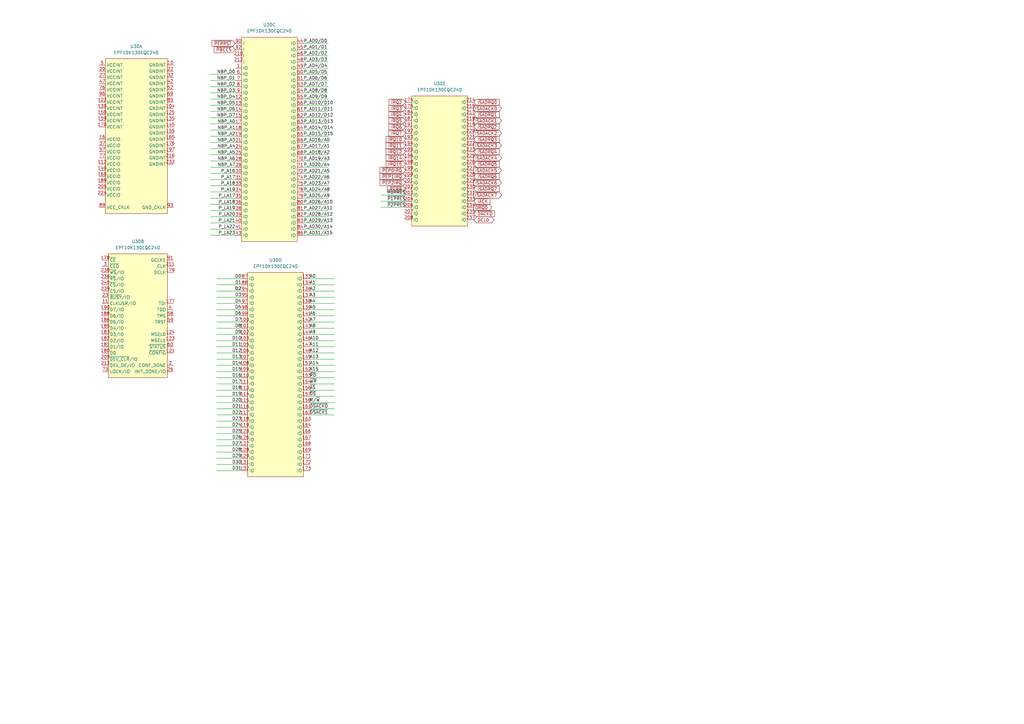
<source format=kicad_sch>
(kicad_sch (version 20230121) (generator eeschema)
  (paper "A3")
  (lib_symbols
    (symbol "m68k-hbc-ic:EPF10K130EQC240"
      (property "Reference" "U" (at 0 0 0))
      (property "Value" "EPF10K130EQC240" (at 6.35 -12.7 0))
      (symbol "EPF10K130EQC240_1_1"
        (rectangle (start -12.7 31.75) (end 12.7 -31.75) (fill (type background)))
        (pin power_in line (at 15.24 29.21 180) (length 2.54) (name "GNDINT") (number "10"))
        (pin power_in line (at 15.24 11.43 180) (length 2.54) (name "GNDINT") (number "104"))
        (pin power_in line (at -15.24 -11.43 0) (length 2.54) (name "VCCIO") (number "112"))
        (pin power_in line (at -15.24 13.97 0) (length 2.54) (name "VCCINT") (number "122"))
        (pin power_in line (at 15.24 8.89 180) (length 2.54) (name "GNDINT") (number "125"))
        (pin power_in line (at -15.24 11.43 0) (length 2.54) (name "VCCINT") (number "130"))
        (pin power_in line (at 15.24 6.35 180) (length 2.54) (name "GNDINT") (number "135"))
        (pin power_in line (at -15.24 -13.97 0) (length 2.54) (name "VCCIO") (number "140"))
        (pin power_in line (at 15.24 3.81 180) (length 2.54) (name "GNDINT") (number "145"))
        (pin power_in line (at -15.24 8.89 0) (length 2.54) (name "VCCINT") (number "150"))
        (pin power_in line (at 15.24 1.27 180) (length 2.54) (name "GNDINT") (number "155"))
        (pin power_in line (at -15.24 6.35 0) (length 2.54) (name "VCCINT") (number "159"))
        (pin power_in line (at -15.24 -1.27 0) (length 2.54) (name "VCCIO") (number "16"))
        (pin power_in line (at -15.24 -16.51 0) (length 2.54) (name "VCCIO") (number "160"))
        (pin power_in line (at 15.24 -1.27 180) (length 2.54) (name "GNDINT") (number "165"))
        (pin power_in line (at -15.24 3.81 0) (length 2.54) (name "VCCINT") (number "170"))
        (pin power_in line (at 15.24 -3.81 180) (length 2.54) (name "GNDINT") (number "176"))
        (pin power_in line (at -15.24 -19.05 0) (length 2.54) (name "VCCIO") (number "189"))
        (pin power_in line (at 15.24 -6.35 180) (length 2.54) (name "GNDINT") (number "197"))
        (pin power_in line (at -15.24 26.67 0) (length 2.54) (name "VCCINT") (number "20"))
        (pin power_in line (at -15.24 -21.59 0) (length 2.54) (name "VCCIO") (number "205"))
        (pin power_in line (at 15.24 -8.89 180) (length 2.54) (name "GNDINT") (number "216"))
        (pin power_in line (at 15.24 26.67 180) (length 2.54) (name "GNDINT") (number "22"))
        (pin power_in line (at -15.24 -24.13 0) (length 2.54) (name "VCCIO") (number "224"))
        (pin power_in line (at 15.24 -11.43 180) (length 2.54) (name "GNDINT") (number "232"))
        (pin power_in line (at -15.24 24.13 0) (length 2.54) (name "VCCINT") (number "27"))
        (pin power_in line (at 15.24 24.13 180) (length 2.54) (name "GNDINT") (number "32"))
        (pin power_in line (at -15.24 -3.81 0) (length 2.54) (name "VCCIO") (number "37"))
        (pin power_in line (at 15.24 21.59 180) (length 2.54) (name "GNDINT") (number "42"))
        (pin power_in line (at -15.24 21.59 0) (length 2.54) (name "VCCINT") (number "47"))
        (pin power_in line (at -15.24 29.21 0) (length 2.54) (name "VCCINT") (number "5"))
        (pin power_in line (at 15.24 19.05 180) (length 2.54) (name "GNDINT") (number "52"))
        (pin power_in line (at -15.24 -6.35 0) (length 2.54) (name "VCCIO") (number "57"))
        (pin power_in line (at 15.24 16.51 180) (length 2.54) (name "GNDINT") (number "69"))
        (pin power_in line (at -15.24 19.05 0) (length 2.54) (name "VCCINT") (number "76"))
        (pin power_in line (at -15.24 -8.89 0) (length 2.54) (name "VCCIO") (number "77"))
        (pin power_in line (at 15.24 13.97 180) (length 2.54) (name "GNDINT") (number "85"))
        (pin output line (at -15.24 -29.21 0) (length 2.54) (name "VCC_CKLK") (number "89"))
        (pin power_in line (at 15.24 -29.21 180) (length 2.54) (name "GND_CKLK") (number "93"))
        (pin power_in line (at -15.24 16.51 0) (length 2.54) (name "VCCINT") (number "96"))
      )
      (symbol "EPF10K130EQC240_2_1"
        (rectangle (start -11.43 25.4) (end 12.7 -25.4) (fill (type background)))
        (pin output line (at -13.97 5.08 0) (length 2.54) (name "CLKUSR/IO") (number "11"))
        (pin input line (at 15.24 -15.24 180) (length 2.54) (name "~{CONFIG}") (number "121"))
        (pin input line (at 15.24 -10.16 180) (length 2.54) (name "MSEL1") (number "123"))
        (pin input line (at 15.24 -7.62 180) (length 2.54) (name "MSEL0") (number "124"))
        (pin input line (at 15.24 5.08 180) (length 2.54) (name "TDI") (number "177"))
        (pin input line (at -13.97 22.86 0) (length 2.54) (name "~{CE}") (number "178"))
        (pin input line (at 15.24 17.78 180) (length 2.54) (name "DCLK") (number "179"))
        (pin bidirectional line (at -13.97 -15.24 0) (length 2.54) (name "D0") (number "180"))
        (pin input line (at -13.97 -12.7 0) (length 2.54) (name "D1/IO") (number "181"))
        (pin bidirectional line (at -13.97 -10.16 0) (length 2.54) (name "D2/IO") (number "182"))
        (pin input line (at -13.97 -7.62 0) (length 2.54) (name "D3/IO") (number "183"))
        (pin bidirectional line (at -13.97 -5.08 0) (length 2.54) (name "D4/IO") (number "185"))
        (pin bidirectional line (at -13.97 -2.54 0) (length 2.54) (name "D5/IO") (number "186"))
        (pin bidirectional line (at -13.97 0 0) (length 2.54) (name "D6/IO") (number "188"))
        (pin bidirectional line (at -13.97 2.54 0) (length 2.54) (name "D7/IO") (number "190"))
        (pin output line (at 15.24 -20.32 180) (length 2.54) (name "CONF_DONE") (number "2"))
        (pin bidirectional line (at -13.97 -17.78 0) (length 2.54) (name "~{DEV_CLR}/IO") (number "209"))
        (pin input line (at 15.24 20.32 180) (length 2.54) (name "CLK") (number "211"))
        (pin bidirectional line (at -13.97 -20.32 0) (length 2.54) (name "DEV_OE/IO") (number "213"))
        (pin output line (at -13.97 7.62 0) (length 2.54) (name "~{BUSY}/IO") (number "23"))
        (pin bidirectional line (at -13.97 15.24 0) (length 2.54) (name "~{RS}/IO") (number "236"))
        (pin bidirectional line (at -13.97 17.78 0) (length 2.54) (name "~{WS}/IO") (number "238"))
        (pin bidirectional line (at -13.97 10.16 0) (length 2.54) (name "CS/IO") (number "239"))
        (pin bidirectional line (at -13.97 12.7 0) (length 2.54) (name "~{CS}/IO") (number "240"))
        (pin output line (at 15.24 -22.86 180) (length 2.54) (name "INIT_DONE/IO") (number "26"))
        (pin output line (at -13.97 20.32 0) (length 2.54) (name "~{CEO}") (number "3"))
        (pin output line (at 15.24 2.54 180) (length 2.54) (name "TDO") (number "4"))
        (pin output line (at 15.24 0 180) (length 2.54) (name "TMS") (number "58"))
        (pin output line (at 15.24 -2.54 180) (length 2.54) (name "TRST") (number "59"))
        (pin output line (at 15.24 -12.7 180) (length 2.54) (name "~{STATUS}") (number "60"))
        (pin output line (at -13.97 -22.86 0) (length 2.54) (name "LOCK/IO") (number "73"))
        (pin output line (at 15.24 22.86 180) (length 2.54) (name "GCLK1") (number "91"))
      )
      (symbol "EPF10K130EQC240_3_0"
        (pin bidirectional line (at -13.97 29.21 0) (length 2.54) (name "IO") (number "1"))
        (pin bidirectional line (at -13.97 16.51 0) (length 2.54) (name "IO") (number "12"))
        (pin bidirectional line (at -13.97 13.97 0) (length 2.54) (name "IO") (number "13"))
        (pin bidirectional line (at -13.97 11.43 0) (length 2.54) (name "IO") (number "14"))
        (pin bidirectional line (at -13.97 8.89 0) (length 2.54) (name "IO") (number "15"))
        (pin bidirectional line (at -13.97 6.35 0) (length 2.54) (name "IO") (number "17"))
        (pin bidirectional line (at -13.97 3.81 0) (length 2.54) (name "IO") (number "18"))
        (pin bidirectional line (at -13.97 1.27 0) (length 2.54) (name "IO") (number "19"))
        (pin bidirectional line (at -13.97 -1.27 0) (length 2.54) (name "IO") (number "21"))
        (pin bidirectional line (at -13.97 -3.81 0) (length 2.54) (name "IO") (number "24"))
        (pin bidirectional line (at -13.97 -6.35 0) (length 2.54) (name "IO") (number "25"))
        (pin bidirectional line (at -13.97 -8.89 0) (length 2.54) (name "IO") (number "28"))
        (pin bidirectional line (at -13.97 -11.43 0) (length 2.54) (name "IO") (number "29"))
        (pin bidirectional line (at -13.97 -13.97 0) (length 2.54) (name "IO") (number "30"))
        (pin bidirectional line (at -13.97 -16.51 0) (length 2.54) (name "IO") (number "31"))
        (pin bidirectional line (at -13.97 -19.05 0) (length 2.54) (name "IO") (number "33"))
        (pin bidirectional line (at -13.97 -21.59 0) (length 2.54) (name "IO") (number "34"))
        (pin bidirectional line (at -13.97 -24.13 0) (length 2.54) (name "IO") (number "35"))
        (pin bidirectional line (at -13.97 -26.67 0) (length 2.54) (name "IO") (number "36"))
        (pin bidirectional line (at -13.97 -29.21 0) (length 2.54) (name "IO") (number "38"))
        (pin bidirectional line (at -13.97 -31.75 0) (length 2.54) (name "IO") (number "39"))
        (pin bidirectional line (at -13.97 -34.29 0) (length 2.54) (name "IO") (number "40"))
        (pin bidirectional line (at -13.97 -36.83 0) (length 2.54) (name "IO") (number "41"))
        (pin bidirectional line (at -13.97 -39.37 0) (length 2.54) (name "IO") (number "43"))
        (pin bidirectional line (at 13.97 39.37 180) (length 2.54) (name "IO") (number "44"))
        (pin bidirectional line (at 13.97 36.83 180) (length 2.54) (name "IO") (number "45"))
        (pin bidirectional line (at 13.97 34.29 180) (length 2.54) (name "IO") (number "46"))
        (pin bidirectional line (at 13.97 31.75 180) (length 2.54) (name "IO") (number "48"))
        (pin bidirectional line (at 13.97 29.21 180) (length 2.54) (name "IO") (number "49"))
        (pin bidirectional line (at 13.97 26.67 180) (length 2.54) (name "IO") (number "50"))
        (pin bidirectional line (at 13.97 24.13 180) (length 2.54) (name "IO") (number "51"))
        (pin bidirectional line (at 13.97 21.59 180) (length 2.54) (name "IO") (number "53"))
        (pin bidirectional line (at 13.97 19.05 180) (length 2.54) (name "IO") (number "54"))
        (pin bidirectional line (at 13.97 16.51 180) (length 2.54) (name "IO") (number "55"))
        (pin bidirectional line (at 13.97 13.97 180) (length 2.54) (name "IO") (number "56"))
        (pin bidirectional line (at -13.97 26.67 0) (length 2.54) (name "IO") (number "6"))
        (pin bidirectional line (at 13.97 11.43 180) (length 2.54) (name "IO") (number "61"))
        (pin bidirectional line (at 13.97 8.89 180) (length 2.54) (name "IO") (number "62"))
        (pin bidirectional line (at 13.97 6.35 180) (length 2.54) (name "IO") (number "63"))
        (pin bidirectional line (at 13.97 3.81 180) (length 2.54) (name "IO") (number "64"))
        (pin bidirectional line (at 13.97 1.27 180) (length 2.54) (name "IO") (number "65"))
        (pin bidirectional line (at 13.97 -1.27 180) (length 2.54) (name "IO") (number "66"))
        (pin bidirectional line (at 13.97 -3.81 180) (length 2.54) (name "IO") (number "67"))
        (pin bidirectional line (at 13.97 -6.35 180) (length 2.54) (name "IO") (number "68"))
        (pin bidirectional line (at -13.97 24.13 0) (length 2.54) (name "IO") (number "7"))
        (pin bidirectional line (at 13.97 -8.89 180) (length 2.54) (name "IO") (number "70"))
        (pin bidirectional line (at 13.97 -11.43 180) (length 2.54) (name "IO") (number "71"))
        (pin bidirectional line (at 13.97 -13.97 180) (length 2.54) (name "IO") (number "72"))
        (pin bidirectional line (at 13.97 -16.51 180) (length 2.54) (name "IO") (number "74"))
        (pin bidirectional line (at 13.97 -19.05 180) (length 2.54) (name "IO") (number "75"))
        (pin bidirectional line (at 13.97 -21.59 180) (length 2.54) (name "IO") (number "78"))
        (pin bidirectional line (at 13.97 -24.13 180) (length 2.54) (name "IO") (number "79"))
        (pin bidirectional line (at -13.97 21.59 0) (length 2.54) (name "IO") (number "8"))
        (pin bidirectional line (at 13.97 -26.67 180) (length 2.54) (name "IO") (number "80"))
        (pin bidirectional line (at 13.97 -29.21 180) (length 2.54) (name "IO") (number "81"))
        (pin bidirectional line (at 13.97 -31.75 180) (length 2.54) (name "IO") (number "82"))
        (pin bidirectional line (at 13.97 -34.29 180) (length 2.54) (name "IO") (number "83"))
        (pin bidirectional line (at 13.97 -36.83 180) (length 2.54) (name "IO") (number "84"))
        (pin bidirectional line (at 13.97 -39.37 180) (length 2.54) (name "IO") (number "86"))
        (pin bidirectional line (at -13.97 19.05 0) (length 2.54) (name "IO") (number "9"))
      )
      (symbol "EPF10K130EQC240_3_1"
        (rectangle (start -11.43 41.91) (end 11.43 -41.91) (fill (type background)))
        (pin input line (at -13.97 34.29 0) (length 2.54) (name "I") (number "210"))
        (pin input line (at -13.97 31.75 0) (length 2.54) (name "I") (number "212"))
        (pin input line (at -13.97 39.37 0) (length 2.54) (name "I") (number "90"))
        (pin input line (at -13.97 36.83 0) (length 2.54) (name "I") (number "92"))
      )
      (symbol "EPF10K130EQC240_4_0"
        (pin bidirectional line (at -13.97 21.59 0) (length 2.54) (name "IO") (number "100"))
        (pin bidirectional line (at -13.97 19.05 0) (length 2.54) (name "IO") (number "101"))
        (pin bidirectional line (at -13.97 16.51 0) (length 2.54) (name "IO") (number "102"))
        (pin bidirectional line (at -13.97 13.97 0) (length 2.54) (name "IO") (number "103"))
        (pin bidirectional line (at -13.97 11.43 0) (length 2.54) (name "IO") (number "105"))
        (pin bidirectional line (at -13.97 8.89 0) (length 2.54) (name "IO") (number "106"))
        (pin bidirectional line (at -13.97 6.35 0) (length 2.54) (name "IO") (number "107"))
        (pin bidirectional line (at -13.97 3.81 0) (length 2.54) (name "IO") (number "108"))
        (pin bidirectional line (at -13.97 1.27 0) (length 2.54) (name "IO") (number "109"))
        (pin bidirectional line (at -13.97 -1.27 0) (length 2.54) (name "IO") (number "110"))
        (pin bidirectional line (at -13.97 -3.81 0) (length 2.54) (name "IO") (number "111"))
        (pin bidirectional line (at -13.97 -6.35 0) (length 2.54) (name "IO") (number "113"))
        (pin bidirectional line (at -13.97 -8.89 0) (length 2.54) (name "IO") (number "114"))
        (pin bidirectional line (at -13.97 -11.43 0) (length 2.54) (name "IO") (number "115"))
        (pin bidirectional line (at -13.97 -13.97 0) (length 2.54) (name "IO") (number "116"))
        (pin bidirectional line (at -13.97 -16.51 0) (length 2.54) (name "IO") (number "117"))
        (pin bidirectional line (at -13.97 -19.05 0) (length 2.54) (name "IO") (number "118"))
        (pin bidirectional line (at -13.97 -21.59 0) (length 2.54) (name "IO") (number "119"))
        (pin bidirectional line (at -13.97 -24.13 0) (length 2.54) (name "IO") (number "120"))
        (pin bidirectional line (at -13.97 -26.67 0) (length 2.54) (name "IO") (number "126"))
        (pin bidirectional line (at -13.97 -29.21 0) (length 2.54) (name "IO") (number "127"))
        (pin bidirectional line (at -13.97 -31.75 0) (length 2.54) (name "IO") (number "128"))
        (pin bidirectional line (at -13.97 -34.29 0) (length 2.54) (name "IO") (number "129"))
        (pin bidirectional line (at -13.97 -36.83 0) (length 2.54) (name "IO") (number "131"))
        (pin bidirectional line (at -13.97 -39.37 0) (length 2.54) (name "IO") (number "132"))
        (pin bidirectional line (at 13.97 39.37 180) (length 2.54) (name "IO") (number "133"))
        (pin bidirectional line (at 13.97 36.83 180) (length 2.54) (name "IO") (number "134"))
        (pin bidirectional line (at 13.97 34.29 180) (length 2.54) (name "IO") (number "136"))
        (pin bidirectional line (at 13.97 31.75 180) (length 2.54) (name "IO") (number "137"))
        (pin bidirectional line (at 13.97 29.21 180) (length 2.54) (name "IO") (number "138"))
        (pin bidirectional line (at 13.97 26.67 180) (length 2.54) (name "IO") (number "139"))
        (pin bidirectional line (at 13.97 24.13 180) (length 2.54) (name "IO") (number "141"))
        (pin bidirectional line (at 13.97 21.59 180) (length 2.54) (name "IO") (number "142"))
        (pin bidirectional line (at 13.97 19.05 180) (length 2.54) (name "IO") (number "143"))
        (pin bidirectional line (at 13.97 16.51 180) (length 2.54) (name "IO") (number "144"))
        (pin bidirectional line (at 13.97 13.97 180) (length 2.54) (name "IO") (number "146"))
        (pin bidirectional line (at 13.97 11.43 180) (length 2.54) (name "IO") (number "147"))
        (pin bidirectional line (at 13.97 8.89 180) (length 2.54) (name "IO") (number "148"))
        (pin bidirectional line (at 13.97 6.35 180) (length 2.54) (name "IO") (number "149"))
        (pin bidirectional line (at 13.97 3.81 180) (length 2.54) (name "IO") (number "151"))
        (pin bidirectional line (at 13.97 1.27 180) (length 2.54) (name "IO") (number "152"))
        (pin bidirectional line (at 13.97 -1.27 180) (length 2.54) (name "IO") (number "153"))
        (pin bidirectional line (at 13.97 -3.81 180) (length 2.54) (name "IO") (number "154"))
        (pin bidirectional line (at 13.97 -6.35 180) (length 2.54) (name "IO") (number "156"))
        (pin bidirectional line (at 13.97 -8.89 180) (length 2.54) (name "IO") (number "157"))
        (pin bidirectional line (at 13.97 -11.43 180) (length 2.54) (name "IO") (number "158"))
        (pin bidirectional line (at 13.97 -13.97 180) (length 2.54) (name "IO") (number "161"))
        (pin bidirectional line (at 13.97 -16.51 180) (length 2.54) (name "IO") (number "162"))
        (pin bidirectional line (at 13.97 -19.05 180) (length 2.54) (name "IO") (number "163"))
        (pin bidirectional line (at 13.97 -21.59 180) (length 2.54) (name "IO") (number "164"))
        (pin bidirectional line (at 13.97 -24.13 180) (length 2.54) (name "IO") (number "166"))
        (pin bidirectional line (at 13.97 -26.67 180) (length 2.54) (name "IO") (number "167"))
        (pin bidirectional line (at 13.97 -29.21 180) (length 2.54) (name "IO") (number "168"))
        (pin bidirectional line (at 13.97 -31.75 180) (length 2.54) (name "IO") (number "169"))
        (pin bidirectional line (at 13.97 -34.29 180) (length 2.54) (name "IO") (number "171"))
        (pin bidirectional line (at 13.97 -36.83 180) (length 2.54) (name "IO") (number "172"))
        (pin bidirectional line (at 13.97 -39.37 180) (length 2.54) (name "IO") (number "173"))
        (pin bidirectional line (at -13.97 39.37 0) (length 2.54) (name "IO") (number "87"))
        (pin bidirectional line (at -13.97 36.83 0) (length 2.54) (name "IO") (number "88"))
        (pin bidirectional line (at -13.97 34.29 0) (length 2.54) (name "IO") (number "94"))
        (pin bidirectional line (at -13.97 31.75 0) (length 2.54) (name "IO") (number "95"))
        (pin bidirectional line (at -13.97 29.21 0) (length 2.54) (name "IO") (number "97"))
        (pin bidirectional line (at -13.97 26.67 0) (length 2.54) (name "IO") (number "98"))
        (pin bidirectional line (at -13.97 24.13 0) (length 2.54) (name "IO") (number "99"))
      )
      (symbol "EPF10K130EQC240_4_1"
        (rectangle (start -11.43 41.91) (end 11.43 -41.91) (fill (type background)))
      )
      (symbol "EPF10K130EQC240_5_0"
        (pin bidirectional line (at -13.97 24.13 0) (length 2.54) (name "IO") (number "174"))
        (pin bidirectional line (at -13.97 21.59 0) (length 2.54) (name "IO") (number "175"))
        (pin bidirectional line (at -13.97 19.05 0) (length 2.54) (name "IO") (number "184"))
        (pin bidirectional line (at -13.97 16.51 0) (length 2.54) (name "IO") (number "187"))
        (pin bidirectional line (at -13.97 13.97 0) (length 2.54) (name "IO") (number "191"))
        (pin bidirectional line (at -13.97 11.43 0) (length 2.54) (name "IO") (number "192"))
        (pin bidirectional line (at -13.97 8.89 0) (length 2.54) (name "IO") (number "193"))
        (pin bidirectional line (at -13.97 6.35 0) (length 2.54) (name "IO") (number "194"))
        (pin bidirectional line (at -13.97 3.81 0) (length 2.54) (name "IO") (number "195"))
        (pin bidirectional line (at -13.97 1.27 0) (length 2.54) (name "IO") (number "196"))
        (pin bidirectional line (at -13.97 -1.27 0) (length 2.54) (name "IO") (number "198"))
        (pin bidirectional line (at -13.97 -3.81 0) (length 2.54) (name "IO") (number "199"))
        (pin bidirectional line (at -13.97 -6.35 0) (length 2.54) (name "IO") (number "200"))
        (pin bidirectional line (at -13.97 -8.89 0) (length 2.54) (name "IO") (number "201"))
        (pin bidirectional line (at -13.97 -11.43 0) (length 2.54) (name "IO") (number "202"))
        (pin bidirectional line (at -13.97 -13.97 0) (length 2.54) (name "IO") (number "203"))
        (pin bidirectional line (at -13.97 -16.51 0) (length 2.54) (name "IO") (number "204"))
        (pin bidirectional line (at -13.97 -19.05 0) (length 2.54) (name "IO") (number "206"))
        (pin bidirectional line (at -13.97 -21.59 0) (length 2.54) (name "IO") (number "207"))
        (pin bidirectional line (at -13.97 -24.13 0) (length 2.54) (name "IO") (number "208"))
        (pin bidirectional line (at 13.97 24.13 180) (length 2.54) (name "IO") (number "214"))
        (pin bidirectional line (at 13.97 21.59 180) (length 2.54) (name "IO") (number "215"))
        (pin bidirectional line (at 13.97 19.05 180) (length 2.54) (name "IO") (number "217"))
        (pin bidirectional line (at 13.97 16.51 180) (length 2.54) (name "IO") (number "218"))
        (pin bidirectional line (at 13.97 13.97 180) (length 2.54) (name "IO") (number "219"))
        (pin bidirectional line (at 13.97 11.43 180) (length 2.54) (name "IO") (number "220"))
        (pin bidirectional line (at 13.97 8.89 180) (length 2.54) (name "IO") (number "221"))
        (pin bidirectional line (at 13.97 6.35 180) (length 2.54) (name "IO") (number "222"))
        (pin bidirectional line (at 13.97 3.81 180) (length 2.54) (name "IO") (number "223"))
        (pin bidirectional line (at 13.97 1.27 180) (length 2.54) (name "IO") (number "225"))
        (pin bidirectional line (at 13.97 -1.27 180) (length 2.54) (name "IO") (number "226"))
        (pin bidirectional line (at 13.97 -3.81 180) (length 2.54) (name "IO") (number "227"))
        (pin bidirectional line (at 13.97 -6.35 180) (length 2.54) (name "IO") (number "228"))
        (pin bidirectional line (at 13.97 -8.89 180) (length 2.54) (name "IO") (number "229"))
        (pin bidirectional line (at 13.97 -11.43 180) (length 2.54) (name "IO") (number "230"))
        (pin bidirectional line (at 13.97 -13.97 180) (length 2.54) (name "IO") (number "231"))
        (pin bidirectional line (at 13.97 -16.51 180) (length 2.54) (name "IO") (number "233"))
        (pin bidirectional line (at 13.97 -19.05 180) (length 2.54) (name "IO") (number "234"))
        (pin bidirectional line (at 13.97 -21.59 180) (length 2.54) (name "IO") (number "235"))
        (pin bidirectional line (at 13.97 -24.13 180) (length 2.54) (name "IO") (number "237"))
      )
      (symbol "EPF10K130EQC240_5_1"
        (rectangle (start -11.43 26.67) (end 11.43 -26.67) (fill (type background)))
      )
    )
  )
  (wire (pts (xy 88.9 170.18) (xy 99.06 170.18)))
  (wire (pts (xy 88.9 149.86) (xy 99.06 149.86)))
  (wire (pts (xy 134.62 58.42) (xy 124.46 58.42)))
  (wire (pts (xy 134.62 20.32) (xy 124.46 20.32)))
  (wire (pts (xy 88.9 175.26) (xy 99.06 175.26)))
  (wire (pts (xy 134.62 63.5) (xy 124.46 63.5)))
  (wire (pts (xy 137.16 157.48) (xy 127 157.48)))
  (wire (pts (xy 86.36 60.96) (xy 96.52 60.96)))
  (wire (pts (xy 137.16 170.18) (xy 127 170.18)))
  (wire (pts (xy 134.62 76.2) (xy 124.46 76.2)))
  (wire (pts (xy 134.62 48.26) (xy 124.46 48.26)))
  (wire (pts (xy 134.62 91.44) (xy 124.46 91.44)))
  (wire (pts (xy 86.36 71.12) (xy 96.52 71.12)))
  (wire (pts (xy 137.16 121.92) (xy 127 121.92)))
  (wire (pts (xy 86.36 55.88) (xy 96.52 55.88)))
  (wire (pts (xy 137.16 149.86) (xy 127 149.86)))
  (wire (pts (xy 86.36 83.82) (xy 96.52 83.82)))
  (wire (pts (xy 88.9 182.88) (xy 99.06 182.88)))
  (wire (pts (xy 156.21 85.09) (xy 166.37 85.09)))
  (wire (pts (xy 134.62 66.04) (xy 124.46 66.04)))
  (wire (pts (xy 86.36 93.98) (xy 96.52 93.98)))
  (wire (pts (xy 88.9 114.3) (xy 99.06 114.3)))
  (wire (pts (xy 88.9 162.56) (xy 99.06 162.56)))
  (wire (pts (xy 134.62 22.86) (xy 124.46 22.86)))
  (wire (pts (xy 134.62 38.1) (xy 124.46 38.1)))
  (wire (pts (xy 134.62 73.66) (xy 124.46 73.66)))
  (wire (pts (xy 88.9 165.1) (xy 99.06 165.1)))
  (wire (pts (xy 137.16 127) (xy 127 127)))
  (wire (pts (xy 137.16 132.08) (xy 127 132.08)))
  (wire (pts (xy 86.36 78.74) (xy 96.52 78.74)))
  (wire (pts (xy 88.9 190.5) (xy 99.06 190.5)))
  (wire (pts (xy 156.21 80.01) (xy 166.37 80.01)))
  (wire (pts (xy 134.62 50.8) (xy 124.46 50.8)))
  (wire (pts (xy 88.9 187.96) (xy 99.06 187.96)))
  (wire (pts (xy 86.36 58.42) (xy 96.52 58.42)))
  (wire (pts (xy 86.36 33.02) (xy 96.52 33.02)))
  (wire (pts (xy 88.9 177.8) (xy 99.06 177.8)))
  (wire (pts (xy 88.9 142.24) (xy 99.06 142.24)))
  (wire (pts (xy 137.16 167.64) (xy 127 167.64)))
  (wire (pts (xy 88.9 160.02) (xy 99.06 160.02)))
  (wire (pts (xy 137.16 134.62) (xy 127 134.62)))
  (wire (pts (xy 88.9 137.16) (xy 99.06 137.16)))
  (wire (pts (xy 134.62 78.74) (xy 124.46 78.74)))
  (wire (pts (xy 88.9 127) (xy 99.06 127)))
  (wire (pts (xy 137.16 116.84) (xy 127 116.84)))
  (wire (pts (xy 134.62 86.36) (xy 124.46 86.36)))
  (wire (pts (xy 88.9 121.92) (xy 99.06 121.92)))
  (wire (pts (xy 137.16 142.24) (xy 127 142.24)))
  (wire (pts (xy 134.62 88.9) (xy 124.46 88.9)))
  (wire (pts (xy 86.36 53.34) (xy 96.52 53.34)))
  (wire (pts (xy 88.9 124.46) (xy 99.06 124.46)))
  (wire (pts (xy 137.16 152.4) (xy 127 152.4)))
  (wire (pts (xy 137.16 162.56) (xy 127 162.56)))
  (wire (pts (xy 137.16 124.46) (xy 127 124.46)))
  (wire (pts (xy 88.9 139.7) (xy 99.06 139.7)))
  (wire (pts (xy 134.62 71.12) (xy 124.46 71.12)))
  (wire (pts (xy 86.36 63.5) (xy 96.52 63.5)))
  (wire (pts (xy 134.62 30.48) (xy 124.46 30.48)))
  (wire (pts (xy 134.62 81.28) (xy 124.46 81.28)))
  (wire (pts (xy 137.16 137.16) (xy 127 137.16)))
  (wire (pts (xy 88.9 154.94) (xy 99.06 154.94)))
  (wire (pts (xy 156.21 82.55) (xy 166.37 82.55)))
  (wire (pts (xy 137.16 154.94) (xy 127 154.94)))
  (wire (pts (xy 88.9 134.62) (xy 99.06 134.62)))
  (wire (pts (xy 134.62 25.4) (xy 124.46 25.4)))
  (wire (pts (xy 88.9 193.04) (xy 99.06 193.04)))
  (wire (pts (xy 88.9 147.32) (xy 99.06 147.32)))
  (wire (pts (xy 134.62 43.18) (xy 124.46 43.18)))
  (wire (pts (xy 134.62 68.58) (xy 124.46 68.58)))
  (wire (pts (xy 134.62 17.78) (xy 124.46 17.78)))
  (wire (pts (xy 88.9 185.42) (xy 99.06 185.42)))
  (wire (pts (xy 88.9 144.78) (xy 99.06 144.78)))
  (wire (pts (xy 134.62 40.64) (xy 124.46 40.64)))
  (wire (pts (xy 88.9 152.4) (xy 99.06 152.4)))
  (wire (pts (xy 86.36 48.26) (xy 96.52 48.26)))
  (wire (pts (xy 86.36 45.72) (xy 96.52 45.72)))
  (wire (pts (xy 86.36 88.9) (xy 96.52 88.9)))
  (wire (pts (xy 134.62 35.56) (xy 124.46 35.56)))
  (wire (pts (xy 88.9 167.64) (xy 99.06 167.64)))
  (wire (pts (xy 137.16 144.78) (xy 127 144.78)))
  (wire (pts (xy 86.36 38.1) (xy 96.52 38.1)))
  (wire (pts (xy 134.62 60.96) (xy 124.46 60.96)))
  (wire (pts (xy 86.36 43.18) (xy 96.52 43.18)))
  (wire (pts (xy 86.36 40.64) (xy 96.52 40.64)))
  (wire (pts (xy 134.62 53.34) (xy 124.46 53.34)))
  (wire (pts (xy 88.9 119.38) (xy 99.06 119.38)))
  (wire (pts (xy 137.16 129.54) (xy 127 129.54)))
  (wire (pts (xy 88.9 180.34) (xy 99.06 180.34)))
  (wire (pts (xy 134.62 96.52) (xy 124.46 96.52)))
  (wire (pts (xy 134.62 83.82) (xy 124.46 83.82)))
  (wire (pts (xy 137.16 160.02) (xy 127 160.02)))
  (wire (pts (xy 86.36 76.2) (xy 96.52 76.2)))
  (wire (pts (xy 86.36 86.36) (xy 96.52 86.36)))
  (wire (pts (xy 137.16 114.3) (xy 127 114.3)))
  (wire (pts (xy 88.9 172.72) (xy 99.06 172.72)))
  (wire (pts (xy 86.36 35.56) (xy 96.52 35.56)))
  (wire (pts (xy 137.16 147.32) (xy 127 147.32)))
  (wire (pts (xy 88.9 132.08) (xy 99.06 132.08)))
  (wire (pts (xy 137.16 119.38) (xy 127 119.38)))
  (wire (pts (xy 86.36 66.04) (xy 96.52 66.04)))
  (wire (pts (xy 134.62 55.88) (xy 124.46 55.88)))
  (wire (pts (xy 86.36 50.8) (xy 96.52 50.8)))
  (wire (pts (xy 134.62 45.72) (xy 124.46 45.72)))
  (wire (pts (xy 88.9 129.54) (xy 99.06 129.54)))
  (wire (pts (xy 86.36 96.52) (xy 96.52 96.52)))
  (wire (pts (xy 88.9 157.48) (xy 99.06 157.48)))
  (wire (pts (xy 86.36 81.28) (xy 96.52 81.28)))
  (wire (pts (xy 137.16 139.7) (xy 127 139.7)))
  (wire (pts (xy 86.36 73.66) (xy 96.52 73.66)))
  (wire (pts (xy 134.62 93.98) (xy 124.46 93.98)))
  (wire (pts (xy 134.62 33.02) (xy 124.46 33.02)))
  (wire (pts (xy 137.16 165.1) (xy 127 165.1)))
  (wire (pts (xy 88.9 116.84) (xy 99.06 116.84)))
  (wire (pts (xy 86.36 91.44) (xy 96.52 91.44)))
  (wire (pts (xy 86.36 68.58) (xy 96.52 68.58)))
  (wire (pts (xy 134.62 27.94) (xy 124.46 27.94)))
  (wire (pts (xy 86.36 30.48) (xy 96.52 30.48)))
  (label "P_AD2{slash}D2" (at 124.46 22.86 0))
  (label "D18" (at 99.06 160.02 180))
  (label "D23" (at 99.06 172.72 180))
  (label "D12" (at 99.06 144.78 180))
  (label "A10" (at 127 139.7 0))
  (label "D14" (at 99.06 149.86 180))
  (label "P_LA20" (at 96.52 88.9 180))
  (label "P_AD11{slash}D11" (at 124.46 45.72 0))
  (label "D26" (at 99.06 180.34 180))
  (label "P_AD31{slash}A15" (at 124.46 96.52 0))
  (label "P_A17" (at 96.52 73.66 180))
  (label "D2" (at 99.06 119.38 180))
  (label "P_AD12{slash}D12" (at 124.46 48.26 0))
  (label "A15" (at 127 152.4 0))
  (label "P_LA23" (at 96.52 96.52 180))
  (label "P_AD18{slash}A2" (at 124.46 63.5 0))
  (label "D30" (at 99.06 190.5 180))
  (label "D13" (at 99.06 147.32 180))
  (label "P_AD7{slash}D7" (at 124.46 35.56 0))
  (label "~{AS}" (at 127 160.02 0))
  (label "NBP_A5" (at 96.52 63.5 180))
  (label "A5" (at 127 127 0))
  (label "NBP_D3" (at 96.52 38.1 180))
  (label "D17" (at 99.06 157.48 180))
  (label "D21" (at 99.06 167.64 180))
  (label "P_AD15{slash}D15" (at 124.46 55.88 0))
  (label "D2" (at 99.06 119.38 180))
  (label "D28" (at 99.06 185.42 180))
  (label "~{P2PRES}" (at 166.37 85.09 180))
  (label "P_AD17{slash}A1" (at 124.46 60.96 0))
  (label "P_AD28{slash}A12" (at 124.46 88.9 0))
  (label "NBP_A4" (at 96.52 60.96 180))
  (label "D1" (at 99.06 116.84 180))
  (label "P_AD6{slash}D6" (at 124.46 33.02 0))
  (label "P_AD30{slash}A14" (at 124.46 93.98 0))
  (label "P_AD10{slash}D10" (at 124.46 43.18 0))
  (label "~{RD}" (at 127 154.94 0))
  (label "A0" (at 127 114.3 0))
  (label "D7" (at 99.06 132.08 180))
  (label "P_AD27{slash}A11" (at 124.46 86.36 0))
  (label "P_A18" (at 96.52 76.2 180))
  (label "D16" (at 99.06 154.94 180))
  (label "NBP_A0" (at 96.52 50.8 180))
  (label "P_AD9{slash}D9" (at 124.46 40.64 0))
  (label "P_AD29{slash}A13" (at 124.46 91.44 0))
  (label "P_AD24{slash}A8" (at 124.46 78.74 0))
  (label "A6" (at 127 129.54 0))
  (label "D31" (at 99.06 193.04 180))
  (label "~{DS}" (at 127 162.56 0))
  (label "D15" (at 99.06 152.4 180))
  (label "D5" (at 99.06 127 180))
  (label "D24" (at 99.06 175.26 180))
  (label "P_A19" (at 96.52 78.74 180))
  (label "D11" (at 99.06 142.24 180))
  (label "P_AD20{slash}A4" (at 124.46 68.58 0))
  (label "A1" (at 127 116.84 0))
  (label "A11" (at 127 142.24 0))
  (label "~{DSACK0}" (at 127 167.64 0))
  (label "P_AD0{slash}D0" (at 124.46 17.78 0))
  (label "P_AD13{slash}D13" (at 124.46 50.8 0))
  (label "D0" (at 99.06 114.3 180))
  (label "NBP_A2" (at 96.52 55.88 180))
  (label "D19" (at 99.06 162.56 180))
  (label "A12" (at 127 144.78 0))
  (label "NBP_A3" (at 96.52 58.42 180))
  (label "D6" (at 99.06 129.54 180))
  (label "P_LA18" (at 96.52 83.82 180))
  (label "NBP_A6" (at 96.52 66.04 180))
  (label "NBP_D7" (at 96.52 48.26 180))
  (label "NBP_D2" (at 96.52 35.56 180))
  (label "P_LA22" (at 96.52 93.98 180))
  (label "NBP_D6" (at 96.52 45.72 180))
  (label "D22" (at 99.06 170.18 180))
  (label "NBP_D4" (at 96.52 40.64 180))
  (label "P_LA19" (at 96.52 86.36 180))
  (label "P_AD22{slash}A6" (at 124.46 73.66 0))
  (label "D29" (at 99.06 187.96 180))
  (label "D10" (at 99.06 139.7 180))
  (label "D3" (at 99.06 121.92 180))
  (label "NBP_D1" (at 96.52 33.02 180))
  (label "D8" (at 99.06 134.62 180))
  (label "P_AD16{slash}A0" (at 124.46 58.42 0))
  (label "A8" (at 127 134.62 0))
  (label "NBP_A1" (at 96.52 53.34 180))
  (label "D27" (at 99.06 182.88 180))
  (label "P_AD19{slash}A3" (at 124.46 66.04 0))
  (label "A13" (at 127 147.32 0))
  (label "A14" (at 127 149.86 0))
  (label "NBP_D5" (at 96.52 43.18 180))
  (label "P_AD14{slash}D14" (at 124.46 53.34 0))
  (label "NBP_D0" (at 96.52 30.48 180))
  (label "P_AD26{slash}A10" (at 124.46 83.82 0))
  (label "P_AD3{slash}D3" (at 124.46 25.4 0))
  (label "P_AD8{slash}D8" (at 124.46 38.1 0))
  (label "A9" (at 127 137.16 0))
  (label "~{P1PRES}" (at 166.37 82.55 180))
  (label "R{slash}~{W}" (at 127 165.1 0))
  (label "P_LA21" (at 96.52 91.44 180))
  (label "D9" (at 99.06 137.16 180))
  (label "P_AD21{slash}A5" (at 124.46 71.12 0))
  (label "A3" (at 127 121.92 0))
  (label "A7" (at 127 132.08 0))
  (label "P_A16" (at 96.52 71.12 180))
  (label "D25" (at 99.06 177.8 180))
  (label "P_LA17" (at 96.52 81.28 180))
  (label "P_AD23{slash}A7" (at 124.46 76.2 0))
  (label "~{DSACK1}" (at 127 170.18 0))
  (label "~{WR}" (at 127 157.48 0))
  (label "P_AD4{slash}D4" (at 124.46 27.94 0))
  (label "NBP_A7" (at 96.52 68.58 180))
  (label "~{P0PRES}" (at 166.37 80.01 180))
  (label "D20" (at 99.06 165.1 180))
  (label "D4" (at 99.06 124.46 180))
  (label "A2" (at 127 119.38 0))
  (label "P_AD25{slash}A9" (at 124.46 81.28 0))
  (label "A4" (at 127 124.46 0))
  (label "P_AD1{slash}D1" (at 124.46 20.32 0))
  (label "P_AD5{slash}D5" (at 124.46 30.48 0))
  (global_label "~{ISADACK0}" (shape output) (at 194.31 44.45 0) (property "Intersheetrefs" "${INTERSHEET_REFS}" (effects hide)))
  (global_label "~{ISADRQ3}" (shape input) (at 194.31 57.15 0) (property "Intersheetrefs" "${INTERSHEET_REFS}" (effects hide)))
  (global_label "~{IRQ7}" (shape input) (at 166.37 54.61 180) (property "Intersheetrefs" "${INTERSHEET_REFS}" (effects hide)))
  (global_label "~{IRQ6}" (shape input) (at 166.37 52.07 180) (property "Intersheetrefs" "${INTERSHEET_REFS}" (effects hide)))
  (global_label "DCL0" (shape bidirectional) (at 194.31 90.17 0) (property "Intersheetrefs" "${INTERSHEET_REFS}" (effects hide)))
  (global_label "~{DACK0}" (shape input) (at 194.31 87.63 0) (property "Intersheetrefs" "${INTERSHEET_REFS}" (effects hide)))
  (global_label "~{IRQ14}" (shape input) (at 166.37 64.77 180) (property "Intersheetrefs" "${INTERSHEET_REFS}" (effects hide)))
  (global_label "~{ISADACK7}" (shape output) (at 194.31 80.01 0) (property "Intersheetrefs" "${INTERSHEET_REFS}" (effects hide)))
  (global_label "~{ISADRQ1}" (shape input) (at 194.31 46.99 0) (property "Intersheetrefs" "${INTERSHEET_REFS}" (effects hide)))
  (global_label "~{ISADRQ5}" (shape input) (at 194.31 67.31 0) (property "Intersheetrefs" "${INTERSHEET_REFS}" (effects hide)))
  (global_label "~{ISADACK1}" (shape output) (at 194.31 49.53 0) (property "Intersheetrefs" "${INTERSHEET_REFS}" (effects hide)))
  (global_label "~{IRQ4}" (shape input) (at 166.37 46.99 180) (property "Intersheetrefs" "${INTERSHEET_REFS}" (effects hide)))
  (global_label "~{ISADRQ7}" (shape input) (at 194.31 77.47 0) (property "Intersheetrefs" "${INTERSHEET_REFS}" (effects hide)))
  (global_label "~{IRQ11}" (shape input) (at 166.37 59.69 180) (property "Intersheetrefs" "${INTERSHEET_REFS}" (effects hide)))
  (global_label "~{IACK}" (shape input) (at 194.31 82.55 0) (property "Intersheetrefs" "${INTERSHEET_REFS}" (effects hide)))
  (global_label "~{IRQ15}" (shape input) (at 166.37 67.31 180) (property "Intersheetrefs" "${INTERSHEET_REFS}" (effects hide)))
  (global_label "~{PEP0IRQ}" (shape input) (at 166.37 69.85 180) (property "Intersheetrefs" "${INTERSHEET_REFS}" (effects hide)))
  (global_label "~{ISADACK4}" (shape output) (at 194.31 64.77 0) (property "Intersheetrefs" "${INTERSHEET_REFS}" (effects hide)))
  (global_label "~{PEP2IRQ}" (shape input) (at 166.37 74.93 180) (property "Intersheetrefs" "${INTERSHEET_REFS}" (effects hide)))
  (global_label "~{IRQ5}" (shape input) (at 166.37 49.53 180) (property "Intersheetrefs" "${INTERSHEET_REFS}" (effects hide)))
  (global_label "~{PEP1IRQ}" (shape input) (at 166.37 72.39 180) (property "Intersheetrefs" "${INTERSHEET_REFS}" (effects hide)))
  (global_label "~{ISADACK6}" (shape output) (at 194.31 74.93 0) (property "Intersheetrefs" "${INTERSHEET_REFS}" (effects hide)))
  (global_label "~{IRQ3}" (shape input) (at 166.37 44.45 180) (property "Intersheetrefs" "${INTERSHEET_REFS}" (effects hide)))
  (global_label "~{ISADACK2}" (shape output) (at 194.31 54.61 0) (property "Intersheetrefs" "${INTERSHEET_REFS}" (effects hide)))
  (global_label "~{IRQ12}" (shape input) (at 166.37 62.23 180) (property "Intersheetrefs" "${INTERSHEET_REFS}" (effects hide)))
  (global_label "~{IRQ2}" (shape input) (at 166.37 41.91 180) (property "Intersheetrefs" "${INTERSHEET_REFS}" (effects hide)))
  (global_label "~{PERRST}" (shape input) (at 96.52 17.78 180) (property "Intersheetrefs" "${INTERSHEET_REFS}" (effects hide)))
  (global_label "~{ISADACK5}" (shape output) (at 194.31 69.85 0) (property "Intersheetrefs" "${INTERSHEET_REFS}" (effects hide)))
  (global_label "~{ISADRQ6}" (shape input) (at 194.31 72.39 0) (property "Intersheetrefs" "${INTERSHEET_REFS}" (effects hide)))
  (global_label "~{ISADACK3}" (shape output) (at 194.31 59.69 0) (property "Intersheetrefs" "${INTERSHEET_REFS}" (effects hide)))
  (global_label "~{DRQ0}" (shape output) (at 194.31 85.09 0) (property "Intersheetrefs" "${INTERSHEET_REFS}" (effects hide)))
  (global_label "~{ISADRQ2}" (shape input) (at 194.31 52.07 0) (property "Intersheetrefs" "${INTERSHEET_REFS}" (effects hide)))
  (global_label "~{ISADRQ0}" (shape input) (at 194.31 41.91 0) (property "Intersheetrefs" "${INTERSHEET_REFS}" (effects hide)))
  (global_label "~{PBCCS}" (shape input) (at 96.52 20.32 180) (property "Intersheetrefs" "${INTERSHEET_REFS}" (effects hide)))
  (global_label "~{ISADRQ4}" (shape input) (at 194.31 62.23 0) (property "Intersheetrefs" "${INTERSHEET_REFS}" (effects hide)))
  (global_label "~{PERR}" (shape input) (at 166.37 77.47 180) (property "Intersheetrefs" "${INTERSHEET_REFS}" (effects hide)))
  (global_label "~{IRQ10}" (shape input) (at 166.37 57.15 180) (property "Intersheetrefs" "${INTERSHEET_REFS}" (effects hide)))
  (symbol (lib_id "m68k-hbc-ic:EPF10K130EQC240") (at 113.03 153.67 0) (unit 4)
    (property "Reference" "U30" (at 113.03 106.68 0))
    (property "Value" "EPF10K130EQC240" (at 113.03 109.22 0))
    (property "Footprint" "Package_QFP:PQFP-240_32.1x32.1mm_P0.5mm" (effects hide))
  )
  (symbol (lib_id "m68k-hbc-ic:EPF10K130EQC240") (at 55.88 129.54 0) (unit 2)
    (property "Reference" "U30" (at 56.515 99.06 0))
    (property "Value" "EPF10K130EQC240" (at 56.515 101.6 0))
    (property "Footprint" "Package_QFP:PQFP-240_32.1x32.1mm_P0.5mm" (effects hide))
  )
  (symbol (lib_id "m68k-hbc-ic:EPF10K130EQC240") (at 110.49 57.15 0) (unit 3)
    (property "Reference" "U30" (at 110.49 10.16 0))
    (property "Value" "EPF10K130EQC240" (at 110.49 12.7 0))
    (property "Footprint" "Package_QFP:PQFP-240_32.1x32.1mm_P0.5mm" (effects hide))
  )
  (symbol (lib_id "m68k-hbc-ic:EPF10K130EQC240") (at 55.88 55.88 0) (unit 1)
    (property "Reference" "U30" (at 55.88 19.05 0))
    (property "Value" "EPF10K130EQC240" (at 55.88 21.59 0))
    (property "Footprint" "Package_QFP:PQFP-240_32.1x32.1mm_P0.5mm" (effects hide))
  )
  (symbol (lib_id "m68k-hbc-ic:EPF10K130EQC240") (at 180.34 66.04 0) (unit 5)
    (property "Reference" "U30" (at 180.34 34.29 0))
    (property "Value" "EPF10K130EQC240" (at 180.34 36.83 0))
    (property "Footprint" "Package_QFP:PQFP-240_32.1x32.1mm_P0.5mm" (effects hide))
  )
)
</source>
